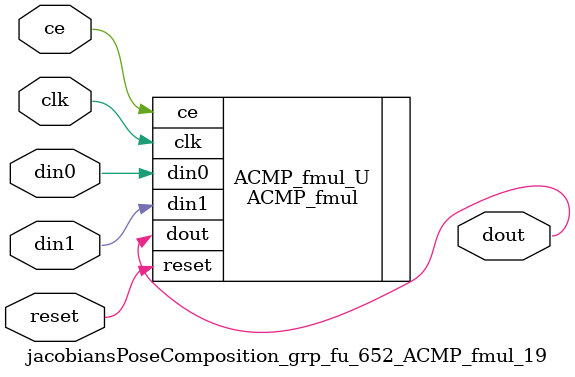
<source format=v>

`timescale 1 ns / 1 ps
module jacobiansPoseComposition_grp_fu_652_ACMP_fmul_19(
    clk,
    reset,
    ce,
    din0,
    din1,
    dout);

parameter ID = 32'd1;
parameter NUM_STAGE = 32'd1;
parameter din0_WIDTH = 32'd1;
parameter din1_WIDTH = 32'd1;
parameter dout_WIDTH = 32'd1;
input clk;
input reset;
input ce;
input[din0_WIDTH - 1:0] din0;
input[din1_WIDTH - 1:0] din1;
output[dout_WIDTH - 1:0] dout;



ACMP_fmul #(
.ID( ID ),
.NUM_STAGE( 4 ),
.din0_WIDTH( din0_WIDTH ),
.din1_WIDTH( din1_WIDTH ),
.dout_WIDTH( dout_WIDTH ))
ACMP_fmul_U(
    .clk( clk ),
    .reset( reset ),
    .ce( ce ),
    .din0( din0 ),
    .din1( din1 ),
    .dout( dout ));

endmodule

</source>
